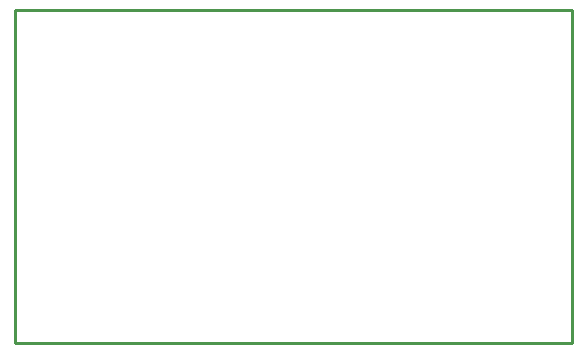
<source format=gko>
G04 Layer: BoardOutline*
G04 EasyEDA v6.4.5, 2020-09-09T10:55:23+00:00*
G04 9ae0df8139264758ba9d87524d1a2e77,b97ca10cbf7f413284ca0e80e24dcd20,10*
G04 Gerber Generator version 0.2*
G04 Scale: 100 percent, Rotated: No, Reflected: No *
G04 Dimensions in inches *
G04 leading zeros omitted , absolute positions ,2 integer and 4 decimal *
%FSLAX24Y24*%
%MOIN*%
G90*
G70D02*

%ADD10C,0.010000*%
G54D10*
G01X0Y9950D02*
G01X0Y11100D01*
G01X18550Y11100D01*
G01X18550Y0D01*
G01X0Y0D01*
G01X0Y9950D01*

%LPD*%
M00*
M02*

</source>
